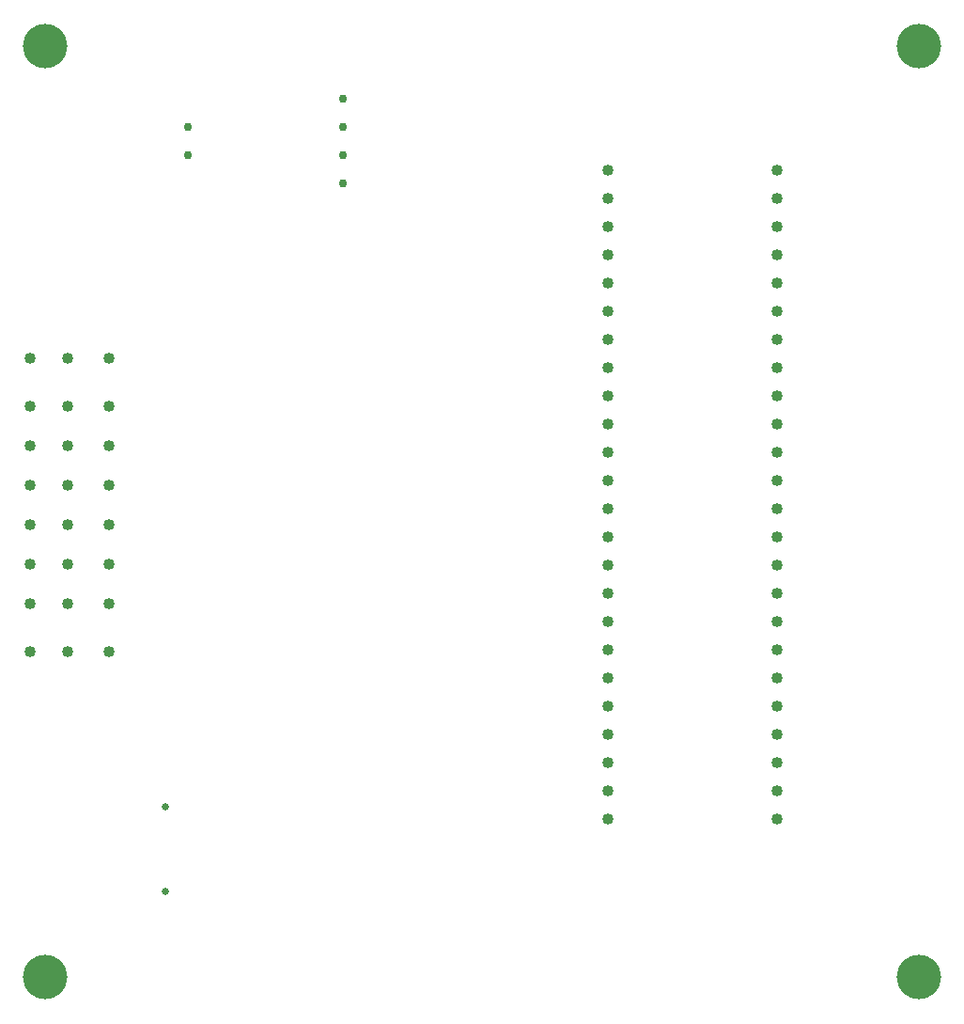
<source format=gbr>
%TF.GenerationSoftware,Altium Limited,Altium Designer,24.4.1 (13)*%
G04 Layer_Color=0*
%FSLAX45Y45*%
%MOMM*%
%TF.SameCoordinates,D1C9AD75-6FC3-430C-8E8E-54DC3705F24A*%
%TF.FilePolarity,Positive*%
%TF.FileFunction,Plated,1,2,PTH,Drill*%
%TF.Part,Single*%
G01*
G75*
%TA.AperFunction,ComponentDrill*%
%ADD30C,1.01600*%
%ADD31C,0.65000*%
%TA.AperFunction,OtherDrill,Pad Free-5 (33.02mm,33.02mm)*%
%ADD32C,4.00000*%
%TA.AperFunction,OtherDrill,Pad Free-4 (111.76mm,33.02mm)*%
%ADD33C,4.00000*%
%TA.AperFunction,OtherDrill,Pad Free-3 (111.76mm,116.84mm)*%
%ADD34C,4.00000*%
%TA.AperFunction,OtherDrill,Pad Free-2 (33.02mm,116.84mm)*%
%ADD35C,4.00000*%
%TA.AperFunction,ComponentDrill*%
%ADD36C,0.76200*%
%ADD37C,1.02000*%
D30*
X3162300Y7734300D02*
D03*
Y8089900D02*
D03*
Y8445500D02*
D03*
X3505200Y6235700D02*
D03*
Y6667500D02*
D03*
Y7023100D02*
D03*
Y7378700D02*
D03*
X3162300Y8877300D02*
D03*
X3873500D02*
D03*
Y8445500D02*
D03*
Y8089900D02*
D03*
Y7734300D02*
D03*
X3162300Y6235700D02*
D03*
Y6667500D02*
D03*
X3505200Y7734300D02*
D03*
Y8089900D02*
D03*
Y8445500D02*
D03*
X3873500Y7378700D02*
D03*
Y7023100D02*
D03*
Y6667500D02*
D03*
Y6235700D02*
D03*
X3505200Y8877300D02*
D03*
X3162300Y7378700D02*
D03*
Y7023100D02*
D03*
D31*
X4381500Y4841200D02*
D03*
Y4074200D02*
D03*
D32*
X3302000Y3302000D02*
D03*
D33*
X11176000D02*
D03*
D34*
Y11684000D02*
D03*
D35*
X3302000D02*
D03*
D36*
X4584700Y10960100D02*
D03*
Y10706100D02*
D03*
X5981700Y10452100D02*
D03*
Y10706100D02*
D03*
Y10960100D02*
D03*
Y11214100D02*
D03*
D37*
X9893300Y10566400D02*
D03*
Y10312400D02*
D03*
Y10058400D02*
D03*
Y9804400D02*
D03*
Y9550400D02*
D03*
Y9296400D02*
D03*
Y9042400D02*
D03*
Y8788400D02*
D03*
Y8534400D02*
D03*
Y4724400D02*
D03*
X8369300Y5486400D02*
D03*
Y5740400D02*
D03*
Y5994400D02*
D03*
Y6248400D02*
D03*
Y6502400D02*
D03*
Y6756400D02*
D03*
Y7010400D02*
D03*
Y7264400D02*
D03*
Y7518400D02*
D03*
Y7772400D02*
D03*
Y8026400D02*
D03*
Y8280400D02*
D03*
Y5232400D02*
D03*
Y4978400D02*
D03*
Y4724400D02*
D03*
Y8534400D02*
D03*
Y8788400D02*
D03*
Y9042400D02*
D03*
Y9296400D02*
D03*
Y9550400D02*
D03*
Y9804400D02*
D03*
Y10058400D02*
D03*
Y10312400D02*
D03*
Y10566400D02*
D03*
X9893300Y8280400D02*
D03*
Y8026400D02*
D03*
Y7772400D02*
D03*
Y7518400D02*
D03*
Y7264400D02*
D03*
Y7010400D02*
D03*
Y6756400D02*
D03*
Y6502400D02*
D03*
Y6248400D02*
D03*
Y5994400D02*
D03*
Y5740400D02*
D03*
Y5486400D02*
D03*
Y5232400D02*
D03*
Y4978400D02*
D03*
%TF.MD5,0f0463dd9933107a378ee911f9674d50*%
M02*

</source>
